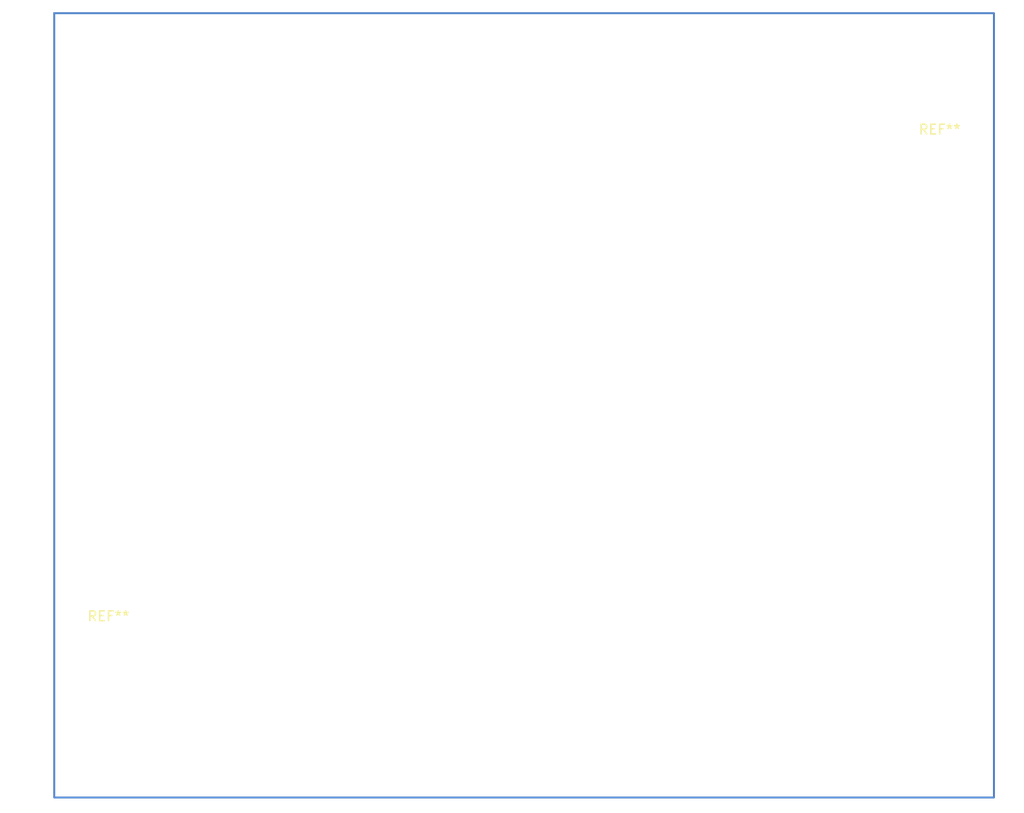
<source format=kicad_pcb>
(kicad_pcb (version 20241229) (generator "pcbnew") (generator_version "9.0")
  (layers (0 "F.Cu" signal) (2 "B.Cu" signal) (13 "F.Paste" user) (15 "B.Paste" user) (5 "F.SilkS" user "F.Silkscreen") (7 "B.SilkS" user "B.Silkscreen") (1 "F.Mask" user) (3 "B.Mask" user) (25 "Edge.Cuts" user))
  (net 0 "")
  (footprint "MountingHole:MountingHole_2.5mm" (layer "F.Cu") (at 194.3 79.6)
    (property "Reference" "REF**" (at 0 -3.45 0) (layer "F.SilkS"))
    (property "Value" "MountingHole_2.5mm")
    (pad "" np_thru_hole circle (at 0 0) (size 2.5 2.5) (drill 2.5) (layers "*.Cu" "*.Mask"))
  )
  (footprint "MountingHole:MountingHole_2.5mm" (layer "F.Cu") (at 109.25 129.4)
    (property "Reference" "REF**" (at 0 -3.45 0) (layer "F.SilkS"))
    (property "Value" "MountingHole_2.5mm")
    (pad "" np_thru_hole circle (at 0 0) (size 2.5 2.5) (drill 2.5) (layers "*.Cu" "*.Mask"))
  )
  (gr_rect (start 103.7 64.25) (end 199.85 144.5) (stroke (width 0.2)) (fill no) (layer "B.Cu"))
)
</source>
